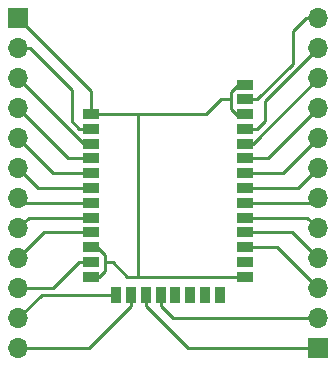
<source format=gbr>
%TF.GenerationSoftware,KiCad,Pcbnew,(6.0.10)*%
%TF.CreationDate,2023-04-04T20:58:11-04:00*%
%TF.ProjectId,xbee_breakout,78626565-5f62-4726-9561-6b6f75742e6b,rev?*%
%TF.SameCoordinates,Original*%
%TF.FileFunction,Copper,L1,Top*%
%TF.FilePolarity,Positive*%
%FSLAX46Y46*%
G04 Gerber Fmt 4.6, Leading zero omitted, Abs format (unit mm)*
G04 Created by KiCad (PCBNEW (6.0.10)) date 2023-04-04 20:58:11*
%MOMM*%
%LPD*%
G01*
G04 APERTURE LIST*
%TA.AperFunction,SMDPad,CuDef*%
%ADD10R,1.447800X0.838200*%
%TD*%
%TA.AperFunction,SMDPad,CuDef*%
%ADD11R,0.838200X1.447800*%
%TD*%
%TA.AperFunction,ComponentPad*%
%ADD12O,1.700000X1.700000*%
%TD*%
%TA.AperFunction,ComponentPad*%
%ADD13R,1.700000X1.700000*%
%TD*%
%TA.AperFunction,Conductor*%
%ADD14C,0.250000*%
%TD*%
G04 APERTURE END LIST*
D10*
%TO.P,U1,1,GND*%
%TO.N,GND*%
X130606800Y-33528000D03*
%TO.P,U1,2,VCC*%
%TO.N,VCC*%
X130606800Y-34777680D03*
%TO.P,U1,3,DOUT/DIO13*%
%TO.N,D13*%
X130606800Y-36027360D03*
%TO.P,U1,4,DIN/~{CONFIG~{/DIO14}*%
%TO.N,D14*%
X130606800Y-37277040D03*
%TO.P,U1,5,DIO12*%
%TO.N,D12*%
X130606800Y-38526719D03*
%TO.P,U1,6,~{RESET}*%
%TO.N,RST*%
X130606800Y-39776400D03*
%TO.P,U1,7,RSSI_PWM/DIO10*%
%TO.N,D10*%
X130606800Y-41026080D03*
%TO.P,U1,8,PWM1/DIO11*%
%TO.N,D11*%
X130606800Y-42275760D03*
%TO.P,U1,9,~{DTR~{/SLEEP_RQ/DIO8}*%
%TO.N,D8*%
X130606800Y-43525440D03*
%TO.P,U1,10,GND*%
%TO.N,GND*%
X130606800Y-44775120D03*
%TO.P,U1,11,SPI_~{ATTN~{/~{BOOTMODE~{/DIO19}*%
%TO.N,D19*%
X130606800Y-46024800D03*
%TO.P,U1,12,GND*%
%TO.N,GND*%
X130606800Y-47274480D03*
D11*
%TO.P,U1,13,SPI_CLK/DIO18*%
%TO.N,D18*%
X132778500Y-48806100D03*
%TO.P,U1,14,SPI_~{SSEL~{/DIO17}*%
%TO.N,D17*%
X134028180Y-48806100D03*
%TO.P,U1,15,SPI_MOSI/DIO16*%
%TO.N,D16*%
X135277860Y-48806100D03*
%TO.P,U1,16,SPI_MISO/DIO15*%
%TO.N,D15*%
X136527541Y-48806100D03*
%TO.P,U1,17*%
%TO.N,N/C*%
X137777219Y-48806100D03*
%TO.P,U1,18*%
X139026900Y-48806100D03*
%TO.P,U1,19*%
X140276580Y-48806100D03*
%TO.P,U1,20*%
X141541500Y-48806100D03*
D10*
%TO.P,U1,21,GND*%
%TO.N,GND*%
X143713200Y-47274480D03*
%TO.P,U1,22*%
%TO.N,N/C*%
X143713200Y-46024800D03*
%TO.P,U1,23,DIO4*%
%TO.N,D4*%
X143713200Y-44775120D03*
%TO.P,U1,24,~{CTS~{/DIO7}*%
%TO.N,D7*%
X143713200Y-43525440D03*
%TO.P,U1,25,ON/~{SLEEP~{/DIO9}*%
%TO.N,D9*%
X143713200Y-42275760D03*
%TO.P,U1,26,ASSOCIATE/DIO5*%
%TO.N,D5*%
X143713200Y-41026080D03*
%TO.P,U1,27,~{RTS~{/DIO6}*%
%TO.N,D6*%
X143713200Y-39776400D03*
%TO.P,U1,28,AD3/DIO3*%
%TO.N,D3*%
X143713200Y-38526719D03*
%TO.P,U1,29,AD2/DIO2*%
%TO.N,D2*%
X143713200Y-37277040D03*
%TO.P,U1,30,AD1/DIO1*%
%TO.N,D1*%
X143713200Y-36027360D03*
%TO.P,U1,31,AD0/DIO0*%
%TO.N,D0*%
X143713200Y-34777680D03*
%TO.P,U1,32,GND*%
%TO.N,GND*%
X143713200Y-33528000D03*
%TO.P,U1,33,RF*%
%TO.N,RF*%
X143713200Y-32278320D03*
%TO.P,U1,34,GND*%
%TO.N,GND*%
X143713200Y-31013400D03*
%TD*%
D12*
%TO.P,J2,12,Pin_12*%
%TO.N,RF*%
X149860000Y-25400000D03*
%TO.P,J2,11,Pin_11*%
%TO.N,D0*%
X149860000Y-27940000D03*
%TO.P,J2,10,Pin_10*%
%TO.N,D1*%
X149860000Y-30480000D03*
%TO.P,J2,9,Pin_9*%
%TO.N,D2*%
X149860000Y-33020000D03*
%TO.P,J2,8,Pin_8*%
%TO.N,D3*%
X149860000Y-35560000D03*
%TO.P,J2,7,Pin_7*%
%TO.N,D6*%
X149860000Y-38100000D03*
%TO.P,J2,6,Pin_6*%
%TO.N,D5*%
X149860000Y-40640000D03*
%TO.P,J2,5,Pin_5*%
%TO.N,D9*%
X149860000Y-43180000D03*
%TO.P,J2,4,Pin_4*%
%TO.N,D7*%
X149860000Y-45720000D03*
%TO.P,J2,3,Pin_3*%
%TO.N,D4*%
X149860000Y-48260000D03*
%TO.P,J2,2,Pin_2*%
%TO.N,D15*%
X149860000Y-50800000D03*
D13*
%TO.P,J2,1,Pin_1*%
%TO.N,D16*%
X149860000Y-53340000D03*
%TD*%
%TO.P,J1,1,Pin_1*%
%TO.N,GND*%
X124460000Y-25400000D03*
D12*
%TO.P,J1,2,Pin_2*%
%TO.N,VCC*%
X124460000Y-27940000D03*
%TO.P,J1,3,Pin_3*%
%TO.N,D13*%
X124460000Y-30480000D03*
%TO.P,J1,4,Pin_4*%
%TO.N,D14*%
X124460000Y-33020000D03*
%TO.P,J1,5,Pin_5*%
%TO.N,D12*%
X124460000Y-35560000D03*
%TO.P,J1,6,Pin_6*%
%TO.N,RST*%
X124460000Y-38100000D03*
%TO.P,J1,7,Pin_7*%
%TO.N,D10*%
X124460000Y-40640000D03*
%TO.P,J1,8,Pin_8*%
%TO.N,D11*%
X124460000Y-43180000D03*
%TO.P,J1,9,Pin_9*%
%TO.N,D8*%
X124460000Y-45720000D03*
%TO.P,J1,10,Pin_10*%
%TO.N,D19*%
X124460000Y-48260000D03*
%TO.P,J1,11,Pin_11*%
%TO.N,D18*%
X124460000Y-50800000D03*
%TO.P,J1,12,Pin_12*%
%TO.N,D17*%
X124460000Y-53340000D03*
%TD*%
D14*
%TO.N,GND*%
X134625520Y-33581520D02*
X134572000Y-33528000D01*
X134625520Y-47274480D02*
X134625520Y-33581520D01*
X134572000Y-33528000D02*
X140402000Y-33528000D01*
X130606800Y-33528000D02*
X134572000Y-33528000D01*
X134625520Y-47274480D02*
X133664480Y-47274480D01*
X143713200Y-47274480D02*
X134625520Y-47274480D01*
%TO.N,D18*%
X126453900Y-48806100D02*
X124460000Y-50800000D01*
X132778500Y-48806100D02*
X126453900Y-48806100D01*
%TO.N,D19*%
X127397700Y-48260000D02*
X124460000Y-48260000D01*
X129632900Y-46024800D02*
X127397700Y-48260000D01*
X130606800Y-46024800D02*
X129632900Y-46024800D01*
%TO.N,D8*%
X126654560Y-43525440D02*
X124460000Y-45720000D01*
X130606800Y-43525440D02*
X126654560Y-43525440D01*
%TO.N,D11*%
X130606800Y-42275760D02*
X125364240Y-42275760D01*
X125364240Y-42275760D02*
X124460000Y-43180000D01*
%TO.N,D10*%
X124846080Y-41026080D02*
X124460000Y-40640000D01*
X130606800Y-41026080D02*
X124846080Y-41026080D01*
%TO.N,RST*%
X130606800Y-39776400D02*
X126136400Y-39776400D01*
X126136400Y-39776400D02*
X124460000Y-38100000D01*
%TO.N,D12*%
X127426719Y-38526719D02*
X124460000Y-35560000D01*
X130606800Y-38526719D02*
X127426719Y-38526719D01*
%TO.N,D14*%
X128717040Y-37277040D02*
X124460000Y-33020000D01*
X130606800Y-37277040D02*
X128717040Y-37277040D01*
%TO.N,D13*%
X130007360Y-36027360D02*
X124460000Y-30480000D01*
X130606800Y-36027360D02*
X130007360Y-36027360D01*
%TO.N,VCC*%
X129000000Y-31500000D02*
X125440000Y-27940000D01*
X129632900Y-34777680D02*
X129000000Y-34144780D01*
X125440000Y-27940000D02*
X124460000Y-27940000D01*
X130606800Y-34777680D02*
X129632900Y-34777680D01*
X129000000Y-34144780D02*
X129000000Y-31500000D01*
%TO.N,GND*%
X130606800Y-31546800D02*
X124460000Y-25400000D01*
X130606800Y-33528000D02*
X130606800Y-31546800D01*
%TO.N,RF*%
X147700000Y-29265420D02*
X147700000Y-26500000D01*
X144687100Y-32278320D02*
X147700000Y-29265420D01*
X148800000Y-25400000D02*
X149860000Y-25400000D01*
X143713200Y-32278320D02*
X144687100Y-32278320D01*
X147700000Y-26500000D02*
X148800000Y-25400000D01*
%TO.N,D0*%
X144722320Y-34777680D02*
X143713200Y-34777680D01*
X145400000Y-34100000D02*
X144722320Y-34777680D01*
X145400000Y-32400000D02*
X145400000Y-34100000D01*
X149860000Y-27940000D02*
X145400000Y-32400000D01*
%TO.N,D1*%
X144312640Y-36027360D02*
X149860000Y-30480000D01*
X143713200Y-36027360D02*
X144312640Y-36027360D01*
%TO.N,D2*%
X145602960Y-37277040D02*
X149860000Y-33020000D01*
X143713200Y-37277040D02*
X145602960Y-37277040D01*
%TO.N,D3*%
X146893281Y-38526719D02*
X149860000Y-35560000D01*
X143713200Y-38526719D02*
X146893281Y-38526719D01*
%TO.N,D6*%
X148183600Y-39776400D02*
X149860000Y-38100000D01*
X143713200Y-39776400D02*
X148183600Y-39776400D01*
%TO.N,D5*%
X149473920Y-41026080D02*
X149860000Y-40640000D01*
X143713200Y-41026080D02*
X149473920Y-41026080D01*
%TO.N,D9*%
X148955760Y-42275760D02*
X149860000Y-43180000D01*
X143713200Y-42275760D02*
X148955760Y-42275760D01*
%TO.N,D7*%
X147665440Y-43525440D02*
X149860000Y-45720000D01*
X143713200Y-43525440D02*
X147665440Y-43525440D01*
%TO.N,D4*%
X146375120Y-44775120D02*
X149860000Y-48260000D01*
X143713200Y-44775120D02*
X146375120Y-44775120D01*
%TO.N,D15*%
X136527541Y-49780000D02*
X137547541Y-50800000D01*
X137547541Y-50800000D02*
X149860000Y-50800000D01*
X136527541Y-48806100D02*
X136527541Y-49780000D01*
%TO.N,D16*%
X135277860Y-49780000D02*
X138837860Y-53340000D01*
X135277860Y-48806100D02*
X135277860Y-49780000D01*
X138837860Y-53340000D02*
X149860000Y-53340000D01*
%TO.N,D17*%
X130468180Y-53340000D02*
X134028180Y-49780000D01*
X134028180Y-49780000D02*
X134028180Y-48806100D01*
X124460000Y-53340000D02*
X130468180Y-53340000D01*
%TO.N,GND*%
X141660000Y-32270000D02*
X142460000Y-32270000D01*
X140402000Y-33528000D02*
X141660000Y-32270000D01*
X142460000Y-31670000D02*
X142460000Y-32270000D01*
X142460000Y-32270000D02*
X142460000Y-33070000D01*
X132460000Y-46070000D02*
X131860000Y-46070000D01*
X131860000Y-46070000D02*
X131860000Y-46770000D01*
X133664480Y-47274480D02*
X132460000Y-46070000D01*
X131860000Y-45470000D02*
X131860000Y-46070000D01*
X131355520Y-47274480D02*
X130606800Y-47274480D01*
X131165120Y-44775120D02*
X131860000Y-45470000D01*
X131860000Y-46770000D02*
X131355520Y-47274480D01*
X142460000Y-33070000D02*
X142960000Y-33570000D01*
X143116600Y-31013400D02*
X142460000Y-31670000D01*
X143713200Y-31013400D02*
X143116600Y-31013400D01*
%TD*%
M02*

</source>
